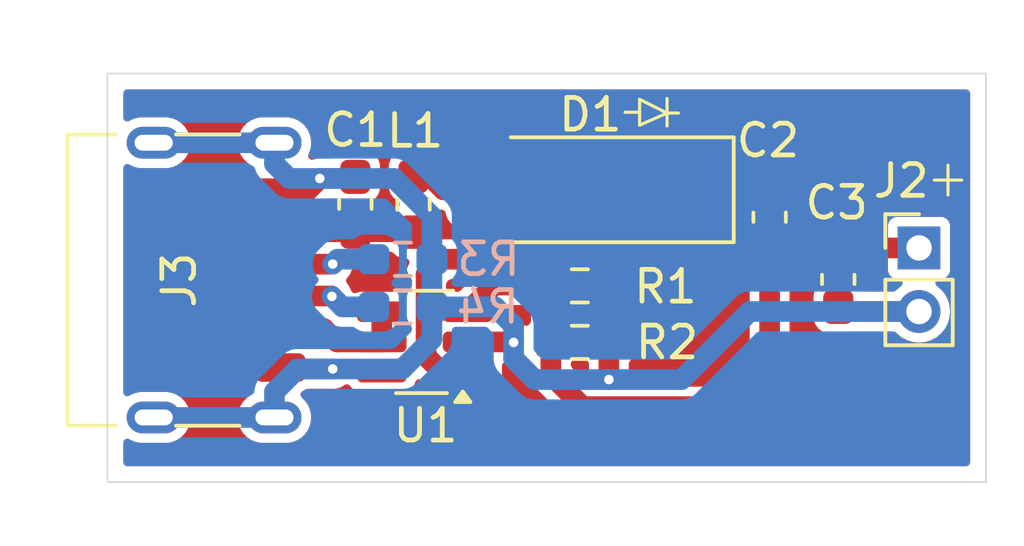
<source format=kicad_pcb>
(kicad_pcb (version 20240108) (generator "pcbnew") (generator_version "8.0")
  (layers (0 "F.Cu" signal) (31 "B.Cu" signal) (34 "B.Paste" user) (35 "F.Paste" user) (36 "B.SilkS" user "B.Silkscreen") (37 "F.SilkS" user "F.Silkscreen") (38 "B.Mask" user) (39 "F.Mask" user) (44 "Edge.Cuts" user))
  (net 0 "")
  (net 1 "Net-(U1-EN)")
  (net 2 "GND")
  (net 3 "Net-(D1-K)")
  (net 4 "Net-(U1-FB)")
  (net 5 "Net-(D1-A)")
  (net 6 "Net-(J3-CC1)")
  (net 7 "Net-(J3-CC2)")
  (footprint "Package_TO_SOT_SMD:SOT-23-6_Handsoldering" (layer "F.Cu") (at 120.6208 95.1078 180)
    (property "Reference" "U1" (at -0.0292 -2.6314 180) (layer "F.SilkS"))
    (property "Value" "MT3608" (hide yes))
    (fp_line (start 0.1 -1.61) (end 0.9 -1.61) (stroke (width 0.12)) (layer "F.SilkS"))
    (fp_line (start 0.1 -1.61) (end -0.7 -1.61) (stroke (width 0.12)) (layer "F.SilkS"))
    (fp_line (start -0.9 1.61) (end 0.9 1.61) (stroke (width 0.12)) (layer "F.SilkS"))
    (fp_poly (pts (xy -1.2 -1.56) (xy -1.44 -1.89) (xy -0.96 -1.89) (xy -1.2 -1.56)) (stroke (width 0.12)) (fill solid) (layer "F.SilkS"))
    (pad "1" smd roundrect (at -1.35 -0.95 180) (size 1.56 0.65) (layers "F.Cu" "F.Paste" "F.Mask") (net 5 "Net-(D1-A)"))
    (pad "2" smd roundrect (at -1.35 0 180) (size 1.56 0.65) (layers "F.Cu" "F.Paste" "F.Mask") (net 2 "GND"))
    (pad "3" smd roundrect (at -1.35 0.95 180) (size 1.56 0.65) (layers "F.Cu" "F.Paste" "F.Mask") (net 4 "Net-(U1-FB)"))
    (pad "4" smd roundrect (at 1.35 0.95 180) (size 1.56 0.65) (layers "F.Cu" "F.Paste" "F.Mask") (net 1 "Net-(U1-EN)"))
    (pad "5" smd roundrect (at 1.35 0 180) (size 1.56 0.65) (layers "F.Cu" "F.Paste" "F.Mask") (net 1 "Net-(U1-EN)"))
    (pad "6" smd roundrect (at 1.35 -0.95 180) (size 1.56 0.65) (layers "F.Cu" "F.Paste" "F.Mask"))
  )
  (footprint "Resistor_SMD:R_0603_1608Metric_Pad0.98x0.95mm_HandSolder" (layer "F.Cu") (at 125.5014 93.345)
    (property "Reference" "R1" (at 2.6924 0.0254 0) (layer "F.SilkS"))
    (property "Value" "390k" (hide yes))
    (fp_line (start -0.254724 -0.5225) (end 0.254724 -0.5225) (stroke (width 0.12)) (layer "F.SilkS"))
    (fp_line (start -0.254724 0.5225) (end 0.254724 0.5225) (stroke (width 0.12)) (layer "F.SilkS"))
    (pad "1" smd roundrect (at -0.9125 0) (size 0.975 0.95) (layers "F.Cu" "F.Paste" "F.Mask") (net 4 "Net-(U1-FB)"))
    (pad "2" smd roundrect (at 0.9125 0) (size 0.975 0.95) (layers "F.Cu" "F.Paste" "F.Mask") (net 3 "Net-(D1-K)"))
  )
  (footprint "Capacitor_SMD:C_0603_1608Metric_Pad1.08x0.95mm_HandSolder" (layer "F.Cu") (at 131.4704 91.1849 -90)
    (property "Reference" "C2" (at -2.413 0.0508 180) (layer "F.SilkS"))
    (property "Value" "22u" (hide yes))
    (fp_line (start -0.146267 0.51) (end 0.146267 0.51) (stroke (width 0.12)) (layer "F.SilkS"))
    (fp_line (start -0.146267 -0.51) (end 0.146267 -0.51) (stroke (width 0.12)) (layer "F.SilkS"))
    (pad "1" smd roundrect (at -0.8625 0 270) (size 1.075 0.95) (layers "F.Cu" "F.Paste" "F.Mask") (net 3 "Net-(D1-K)"))
    (pad "2" smd roundrect (at 0.8625 0 270) (size 1.075 0.95) (layers "F.Cu" "F.Paste" "F.Mask") (net 4 "Net-(U1-FB)"))
  )
  (footprint "Connector_USB:USB_C_Receptacle_HRO_TYPE-C-31-M-17" (layer "F.Cu") (at 112.898 93.1632 -90)
    (property "Reference" "J3" (at 0 0 90) (layer "F.SilkS"))
    (property "Value" "USB_C_Receptacle_PowerOnly_6P" (hide yes))
    (fp_line (start -4.58 3.51) (end 4.58 3.51) (stroke (width 0.12)) (layer "F.SilkS"))
    (fp_line (start -4.58 2) (end -4.58 3.51) (stroke (width 0.12)) (layer "F.SilkS"))
    (fp_line (start 4.58 2) (end 4.58 3.51) (stroke (width 0.12)) (layer "F.SilkS"))
    (fp_line (start -4.58 -1.9) (end -4.58 0.1) (stroke (width 0.12)) (layer "F.SilkS"))
    (fp_line (start 4.58 -1.9) (end 4.58 0.1) (stroke (width 0.12)) (layer "F.SilkS"))
    (pad "A5" smd roundrect (at -0.5 -3.18 270) (size 0.7 1.6) (layers "F.Cu" "F.Paste" "F.Mask") (net 6 "Net-(J3-CC1)"))
    (pad "A9" smd roundrect (at 1.52 -3.18 270) (size 0.8 1.6) (layers "F.Cu" "F.Paste" "F.Mask") (net 1 "Net-(U1-EN)"))
    (pad "A12" smd roundrect (at 2.75 -3.18 270) (size 0.9 1.6) (layers "F.Cu" "F.Paste" "F.Mask") (net 2 "GND"))
    (pad "B5" smd roundrect (at 0.5 -3.18 270) (size 0.7 1.6) (layers "F.Cu" "F.Paste" "F.Mask") (net 7 "Net-(J3-CC2)"))
    (pad "B9" smd roundrect (at -1.52 -3.18 270) (size 0.8 1.6) (layers "F.Cu" "F.Paste" "F.Mask") (net 1 "Net-(U1-EN)"))
    (pad "B12" smd roundrect (at -2.75 -3.18 270) (size 0.9 1.6) (layers "F.Cu" "F.Paste" "F.Mask") (net 2 "GND"))
    (pad "S1" thru_hole oval (at -4.32 -3 270) (size 1 1.7) (drill oval 0.5 1.2) (property pad_prop_heatsink) (layers "*.Cu" "*.Mask") (net 2 "GND"))
    (pad "S1" thru_hole oval (at -4.32 0.8 270) (size 1 1.7) (drill oval 0.5 1.2) (property pad_prop_heatsink) (layers "*.Cu" "*.Mask") (net 2 "GND"))
    (pad "S1" thru_hole oval (at 4.32 -3 270) (size 1 1.7) (drill oval 0.5 1.2) (property pad_prop_heatsink) (layers "*.Cu" "*.Mask") (net 2 "GND"))
    (pad "S1" thru_hole oval (at 4.32 0.8 270) (size 1 1.7) (drill oval 0.5 1.2) (property pad_prop_heatsink) (layers "*.Cu" "*.Mask") (net 2 "GND"))
  )
  (footprint "Connector_PinHeader_2.00mm:PinHeader_1x02_P2.00mm_Vertical" (layer "F.Cu") (at 136.1694 92.1512)
    (property "Reference" "J2" (at -0.5588 -2.1082 0) (layer "F.SilkS"))
    (property "Value" "Output" (hide yes))
    (fp_line (start -1.06 -1.06) (end 0 -1.06) (stroke (width 0.12)) (layer "F.SilkS"))
    (fp_line (start -1.06 0) (end -1.06 -1.06) (stroke (width 0.12)) (layer "F.SilkS"))
    (fp_line (start -1.06 1) (end -1.06 3.06) (stroke (width 0.12)) (layer "F.SilkS"))
    (fp_line (start -1.06 1) (end 1.06 1) (stroke (width 0.12)) (layer "F.SilkS"))
    (fp_line (start -1.06 3.06) (end 1.06 3.06) (stroke (width 0.12)) (layer "F.SilkS"))
    (fp_line (start 1.06 1) (end 1.06 3.06) (stroke (width 0.12)) (layer "F.SilkS"))
    (pad "1" thru_hole rect (at 0 0) (size 1.35 1.35) (drill 0.8) (layers "*.Cu" "*.Mask") (net 3 "Net-(D1-K)"))
    (pad "2" thru_hole oval (at 0 2) (size 1.35 1.35) (drill 0.8) (layers "*.Cu" "*.Mask") (net 2 "GND"))
  )
  (footprint "Capacitor_SMD:C_0603_1608Metric_Pad1.08x0.95mm_HandSolder" (layer "F.Cu") (at 133.6294 93.1418 -90)
    (property "Reference" "C3" (at -2.413 0.0508 180) (layer "F.SilkS"))
    (property "Value" "22u" (hide yes))
    (fp_line (start -0.146267 0.51) (end 0.146267 0.51) (stroke (width 0.12)) (layer "F.SilkS"))
    (fp_line (start -0.146267 -0.51) (end 0.146267 -0.51) (stroke (width 0.12)) (layer "F.SilkS"))
    (pad "1" smd roundrect (at -0.8625 0 270) (size 1.075 0.95) (layers "F.Cu" "F.Paste" "F.Mask") (net 3 "Net-(D1-K)"))
    (pad "2" smd roundrect (at 0.8625 0 270) (size 1.075 0.95) (layers "F.Cu" "F.Paste" "F.Mask") (net 2 "GND"))
  )
  (footprint "Capacitor_SMD:C_0603_1608Metric_Pad1.08x0.95mm_HandSolder" (layer "F.Cu") (at 118.4402 90.7785 90)
    (property "Reference" "C1" (at 2.3357 0 180) (layer "F.SilkS"))
    (property "Value" "22u" (hide yes))
    (fp_line (start -0.146267 -0.51) (end 0.146267 -0.51) (stroke (width 0.12)) (layer "F.SilkS"))
    (fp_line (start -0.146267 0.51) (end 0.146267 0.51) (stroke (width 0.12)) (layer "F.SilkS"))
    (pad "1" smd roundrect (at -0.8625 0 90) (size 1.075 0.95) (layers "F.Cu" "F.Paste" "F.Mask") (net 1 "Net-(U1-EN)"))
    (pad "2" smd roundrect (at 0.8625 0 90) (size 1.075 0.95) (layers "F.Cu" "F.Paste" "F.Mask") (net 2 "GND"))
  )
  (footprint "Diode_SMD:D_SMA_Handsoldering" (layer "F.Cu") (at 125.8316 90.3224 180)
    (property "Reference" "D1" (at 0 2.3622 0) (layer "F.SilkS"))
    (property "Value" "ss34" (hide yes))
    (fp_line (start -4.51 1.65) (end 2.5 1.65) (stroke (width 0.12)) (layer "F.SilkS"))
    (fp_line (start -4.51 -1.65) (end 2.5 -1.65) (stroke (width 0.12)) (layer "F.SilkS"))
    (fp_line (start -4.51 -1.65) (end -4.51 1.65) (stroke (width 0.12)) (layer "F.SilkS"))
    (pad "1" smd roundrect (at -2.5 0 180) (size 3.5 1.8) (layers "F.Cu" "F.Paste" "F.Mask") (roundrect_rratio 0.1388888889) (net 3 "Net-(D1-K)"))
    (pad "2" smd roundrect (at 2.5 0 180) (size 3.5 1.8) (layers "F.Cu" "F.Paste" "F.Mask") (roundrect_rratio 0.1388888889) (net 5 "Net-(D1-A)"))
  )
  (footprint "Inductor_SMD:L_0603_1608Metric_Pad1.05x0.95mm_HandSolder" (layer "F.Cu") (at 120.269 90.7796 90)
    (property "Reference" "L1" (at 2.3114 0.0508 180) (layer "F.SilkS"))
    (property "Value" "22u" (hide yes))
    (fp_line (start -0.171267 -0.51) (end 0.171267 -0.51) (stroke (width 0.12)) (layer "F.SilkS"))
    (fp_line (start -0.171267 0.51) (end 0.171267 0.51) (stroke (width 0.12)) (layer "F.SilkS"))
    (pad "1" smd roundrect (at -0.875 0 90) (size 1.05 0.95) (layers "F.Cu" "F.Paste" "F.Mask") (net 1 "Net-(U1-EN)"))
    (pad "2" smd roundrect (at 0.875 0 90) (size 1.05 0.95) (layers "F.Cu" "F.Paste" "F.Mask") (net 5 "Net-(D1-A)"))
  )
  (footprint "Resistor_SMD:R_0603_1608Metric_Pad0.98x0.95mm_HandSolder" (layer "F.Cu") (at 125.5014 95.123 180)
    (property "Reference" "R2" (at -2.7432 0 0) (layer "F.SilkS"))
    (property "Value" "10k" (hide yes))
    (fp_line (start -0.254724 0.5225) (end 0.254724 0.5225) (stroke (width 0.12)) (layer "F.SilkS"))
    (fp_line (start -0.254724 -0.5225) (end 0.254724 -0.5225) (stroke (width 0.12)) (layer "F.SilkS"))
    (pad "1" smd roundrect (at -0.9125 0 180) (size 0.975 0.95) (layers "F.Cu" "F.Paste" "F.Mask") (net 2 "GND"))
    (pad "2" smd roundrect (at 0.9125 0 180) (size 0.975 0.95) (layers "F.Cu" "F.Paste" "F.Mask") (net 4 "Net-(U1-FB)"))
  )
  (footprint "Resistor_SMD:R_0603_1608Metric_Pad0.98x0.95mm_HandSolder" (layer "B.Cu") (at 119.935 94.0054)
    (property "Reference" "R4" (at 2.6708 0 0) (layer "B.SilkS") (effects (justify mirror)))
    (property "Value" "5.1k" (hide yes))
    (fp_line (start 0.254724 -0.5225) (end -0.254724 -0.5225) (stroke (width 0.12)) (layer "B.SilkS"))
    (fp_line (start 0.254724 0.5225) (end -0.254724 0.5225) (stroke (width 0.12)) (layer "B.SilkS"))
    (pad "1" smd roundrect (at -0.9125 0) (size 0.975 0.95) (layers "B.Cu" "B.Paste" "B.Mask") (net 7 "Net-(J3-CC2)"))
    (pad "2" smd roundrect (at 0.9125 0) (size 0.975 0.95) (layers "B.Cu" "B.Paste" "B.Mask") (net 2 "GND"))
  )
  (footprint "Resistor_SMD:R_0603_1608Metric_Pad0.98x0.95mm_HandSolder" (layer "B.Cu") (at 119.9369 92.5068)
    (property "Reference" "R3" (at 2.6943 0 0) (layer "B.SilkS") (effects (justify mirror)))
    (property "Value" "5.1k" (hide yes))
    (fp_line (start 0.254724 -0.5225) (end -0.254724 -0.5225) (stroke (width 0.12)) (layer "B.SilkS"))
    (fp_line (start 0.254724 0.5225) (end -0.254724 0.5225) (stroke (width 0.12)) (layer "B.SilkS"))
    (pad "1" smd roundrect (at -0.9125 0) (size 0.975 0.95) (layers "B.Cu" "B.Paste" "B.Mask") (net 6 "Net-(J3-CC1)"))
    (pad "2" smd roundrect (at 0.9125 0) (size 0.975 0.95) (layers "B.Cu" "B.Paste" "B.Mask") (net 2 "GND"))
  )
  (gr_line (start 127.381 88.2904) (end 128.2446 87.9094) (stroke (width 0.1)) (layer "F.SilkS"))
  (gr_line (start 127.381 87.4776) (end 127.381 88.2904) (stroke (width 0.1)) (layer "F.SilkS"))
  (gr_line (start 137.080625 89.5477) (end 137.080625 90.4875) (stroke (width 0.1)) (layer "F.SilkS"))
  (gr_line (start 136.652 90.0176) (end 137.50925 90.0176) (stroke (width 0.1)) (layer "F.SilkS"))
  (gr_line (start 128.2446 87.4522) (end 128.2446 87.9094) (stroke (width 0.1)) (layer "F.SilkS"))
  (gr_line (start 128.2446 88.3158) (end 128.2446 87.9094) (stroke (width 0.1)) (layer "F.SilkS"))
  (gr_line (start 128.2446 87.9094) (end 127.381 87.4776) (stroke (width 0.1)) (layer "F.SilkS"))
  (gr_line (start 127.381 87.884) (end 126.9238 87.884) (stroke (width 0.1)) (layer "F.SilkS"))
  (gr_line (start 128.2446 87.9094) (end 128.6002 87.9094) (stroke (width 0.1)) (layer "F.SilkS"))
  (gr_rect (start 110.6424 86.6648) (end 138.2776 99.5172) (stroke (width 0.05)) (fill none) (layer "Edge.Cuts"))
  (segment (start 114.753 92.0284) (end 115.1382 91.6432) (width 0.65) (layer "F.Cu") (net 1))
  (segment (start 116.078 94.6832) (end 115.278 94.6832) (width 0.65) (layer "F.Cu") (net 1))
  (segment (start 117.4416 94.6832) (end 116.078 94.6832) (width 0.65) (layer "F.Cu") (net 1))
  (segment (start 114.753 94.1582) (end 114.753 92.0284) (width 0.65) (layer "F.Cu") (net 1))
  (segment (start 118.4402 91.641) (end 120.2554 91.641) (width 0.65) (layer "F.Cu") (net 1))
  (segment (start 118.438 91.6432) (end 118.4402 91.641) (width 0.65) (layer "F.Cu") (net 1))
  (segment (start 119.2708 95.1078) (end 117.8662 95.1078) (width 0.65) (layer "F.Cu") (net 1))
  (segment (start 119.2708 94.1578) (end 119.2708 95.1078) (width 0.65) (layer "F.Cu") (net 1))
  (segment (start 117.8662 95.1078) (end 117.4416 94.6832) (width 0.65) (layer "F.Cu") (net 1))
  (segment (start 115.278 94.6832) (end 114.753 94.1582) (width 0.65) (layer "F.Cu") (net 1))
  (segment (start 115.1382 91.6432) (end 116.078 91.6432) (width 0.65) (layer "F.Cu") (net 1))
  (segment (start 116.078 91.6432) (end 118.438 91.6432) (width 0.65) (layer "F.Cu") (net 1))
  (segment (start 120.2554 91.641) (end 120.269 91.6546) (width 0.65) (layer "F.Cu") (net 1))
  (segment (start 113.902999 91.676319) (end 115.166118 90.4132) (width 0.65) (layer "F.Cu") (net 2))
  (segment (start 116.078 95.9132) (end 115.278 95.9132) (width 0.65) (layer "F.Cu") (net 2))
  (segment (start 116.8762 90.4132) (end 117.3226 89.9668) (width 0.65) (layer "F.Cu") (net 2))
  (segment (start 136.1694 94.1512) (end 133.7763 94.1512) (width 0.65) (layer "F.Cu") (net 2))
  (segment (start 115.166118 90.4132) (end 116.078 90.4132) (width 0.65) (layer "F.Cu") (net 2))
  (segment (start 121.9708 95.1078) (end 123.4034 95.1078) (width 0.65) (layer "F.Cu") (net 2))
  (segment (start 113.902999 94.538199) (end 113.902999 91.676319) (width 0.65) (layer "F.Cu") (net 2))
  (segment (start 115.278 95.9132) (end 113.902999 94.538199) (width 0.65) (layer "F.Cu") (net 2))
  (segment (start 117.3226 89.9668) (end 118.3894 89.9668) (width 0.65) (layer "F.Cu") (net 2))
  (segment (start 123.4034 95.1078) (end 123.4186 95.123) (width 0.65) (layer "F.Cu") (net 2))
  (segment (start 118.3894 89.9668) (end 118.4402 89.916) (width 0.65) (layer "F.Cu") (net 2))
  (segment (start 116.122601 95.957801) (end 117.729 95.957801) (width 0.65) (layer "F.Cu") (net 2))
  (segment (start 116.078 90.4132) (end 116.8762 90.4132) (width 0.65) (layer "F.Cu") (net 2))
  (segment (start 133.7763 94.1512) (end 133.6294 94.0043) (width 0.65) (layer "F.Cu") (net 2))
  (segment (start 116.078 95.9132) (end 116.122601 95.957801) (width 0.65) (layer "F.Cu") (net 2))
  (segment (start 126.4139 96.2895) (end 126.4158 96.2914) (width 0.65) (layer "F.Cu") (net 2))
  (segment (start 126.4139 95.123) (end 126.4139 96.2895) (width 0.65) (layer "F.Cu") (net 2))
  (via (at 126.4158 96.2914) (size 0.6) (drill 0.3) (layers "F.Cu" "B.Cu") (net 2))
  (via (at 123.4186 95.123) (size 0.6) (drill 0.3) (layers "F.Cu" "B.Cu") (net 2))
  (via (at 117.729 95.957801) (size 0.6) (drill 0.3) (layers "F.Cu" "B.Cu") (net 2))
  (via (at 117.3226 89.9668) (size 0.6) (drill 0.3) (layers "F.Cu" "B.Cu") (net 2))
  (segment (start 124.079 96.2914) (end 123.4186 95.631) (width 0.65) (layer "B.Cu") (net 2))
  (segment (start 115.898 88.8432) (end 115.898 89.5074) (width 0.65) (layer "B.Cu") (net 2))
  (segment (start 128.7018 96.2914) (end 126.4158 96.2914) (width 0.65) (layer "B.Cu") (net 2))
  (segment (start 136.1694 94.1512) (end 130.842 94.1512) (width 0.65) (layer "B.Cu") (net 2))
  (segment (start 117.729 95.957801) (end 119.916799 95.957801) (width 0.65) (layer "B.Cu") (net 2))
  (segment (start 112.098 88.8432) (end 115.898 88.8432) (width 0.65) (layer "B.Cu") (net 2))
  (segment (start 117.729 95.957801) (end 117.732399 95.9612) (width 0.65) (layer "B.Cu") (net 2))
  (segment (start 120.8494 92.5068) (end 120.8494 94.0035) (width 0.65) (layer "B.Cu") (net 2))
  (segment (start 112.098 97.4832) (end 115.898 97.4832) (width 0.65) (layer "B.Cu") (net 2))
  (segment (start 120.8494 91.1568) (end 120.8494 92.5068) (width 0.65) (layer "B.Cu") (net 2))
  (segment (start 130.842 94.1512) (end 128.7018 96.2914) (width 0.65) (layer "B.Cu") (net 2))
  (segment (start 115.898 97.4832) (end 115.898 96.6746) (width 0.65) (layer "B.Cu") (net 2))
  (segment (start 123.4186 94.5896) (end 123.4186 95.123) (width 0.65) (layer "B.Cu") (net 2))
  (segment (start 122.8344 94.0054) (end 123.4186 94.5896) (width 0.65) (layer "B.Cu") (net 2))
  (segment (start 115.898 96.6746) (end 116.614799 95.957801) (width 0.65) (layer "B.Cu") (net 2))
  (segment (start 126.4158 96.2914) (end 124.079 96.2914) (width 0.65) (layer "B.Cu") (net 2))
  (segment (start 120.8475 94.0054) (end 122.8344 94.0054) (width 0.65) (layer "B.Cu") (net 2))
  (segment (start 116.3574 89.9668) (end 117.3226 89.9668) (width 0.65) (layer "B.Cu") (net 2))
  (segment (start 116.614799 95.957801) (end 117.729 95.957801) (width 0.65) (layer "B.Cu") (net 2))
  (segment (start 120.8475 95.0271) (end 120.8475 94.0054) (width 0.65) (layer "B.Cu") (net 2))
  (segment (start 115.898 89.5074) (end 116.3574 89.9668) (width 0.65) (layer "B.Cu") (net 2))
  (segment (start 119.916799 95.957801) (end 120.8475 95.0271) (width 0.65) (layer "B.Cu") (net 2))
  (segment (start 119.6594 89.9668) (end 120.8494 91.1568) (width 0.65) (layer "B.Cu") (net 2))
  (segment (start 117.3226 89.9668) (end 119.6594 89.9668) (width 0.65) (layer "B.Cu") (net 2))
  (segment (start 123.4186 95.631) (end 123.4186 95.123) (width 0.65) (layer "B.Cu") (net 2))
  (segment (start 120.8494 94.0035) (end 120.8475 94.0054) (width 0.65) (layer "B.Cu") (net 2))
  (segment (start 126.4158 93.3196) (end 127.5334 93.3196) (width 0.65) (layer "F.Cu") (net 3))
  (segment (start 131.4704 90.3224) (end 132.7912 90.3224) (width 0.65) (layer "F.Cu") (net 3))
  (segment (start 128.3316 92.5214) (end 128.3316 90.3224) (width 0.65) (layer "F.Cu") (net 3))
  (segment (start 133.6294 91.1606) (end 133.6294 92.2793) (width 0.65) (layer "F.Cu") (net 3))
  (segment (start 133.7575 92.1512) (end 133.6294 92.2793) (width 0.65) (layer "F.Cu") (net 3))
  (segment (start 131.4704 90.3224) (end 128.3316 90.3224) (width 0.65) (layer "F.Cu") (net 3))
  (segment (start 127.5334 93.3196) (end 128.3316 92.5214) (width 0.65) (layer "F.Cu") (net 3))
  (segment (start 136.1694 92.1512) (end 133.7575 92.1512) (width 0.65) (layer "F.Cu") (net 3))
  (segment (start 132.7912 90.3224) (end 133.6294 91.1606) (width 0.65) (layer "F.Cu") (net 3))
  (segment (start 131.4704 92.0474) (end 131.4704 96.1136) (width 0.65) (layer "F.Cu") (net 4))
  (segment (start 121.9708 94.1578) (end 122.809 93.3196) (width 0.65) (layer "F.Cu") (net 4))
  (segment (start 124.5908 93.3196) (end 124.5908 95.1211) (width 0.65) (layer "F.Cu") (net 4))
  (segment (start 130.442599 97.141401) (end 125.589401 97.141401) (width 0.65) (layer "F.Cu") (net 4))
  (segment (start 125.589401 97.141401) (end 124.5889 96.1409) (width 0.65) (layer "F.Cu") (net 4))
  (segment (start 124.5908 95.1211) (end 124.5889 95.123) (width 0.65) (layer "F.Cu") (net 4))
  (segment (start 124.5889 96.1409) (end 124.5889 95.123) (width 0.65) (layer "F.Cu") (net 4))
  (segment (start 122.809 93.3196) (end 124.5908 93.3196) (width 0.65) (layer "F.Cu") (net 4))
  (segment (start 131.4704 96.1136) (end 130.442599 97.141401) (width 0.65) (layer "F.Cu") (net 4))
  (segment (start 123.3316 91.5524) (end 123.3316 90.3224) (width 0.65) (layer "F.Cu") (net 5))
  (segment (start 121.1472 92.5068) (end 122.3772 92.5068) (width 0.65) (layer "F.Cu") (net 5))
  (segment (start 121.2088 90.3224) (end 123.3316 90.3224) (width 0.65) (layer "F.Cu") (net 5))
  (segment (start 120.6658 92.9882) (end 121.1472 92.5068) (width 0.65) (layer "F.Cu") (net 5))
  (segment (start 121.9708 96.0578) (end 121.164026 96.0578) (width 0.65) (layer "F.Cu") (net 5))
  (segment (start 120.269 89.9046) (end 120.791 89.9046) (width 0.65) (layer "F.Cu") (net 5))
  (segment (start 120.6658 95.559574) (end 120.6658 92.9882) (width 0.65) (layer "F.Cu") (net 5))
  (segment (start 121.164026 96.0578) (end 120.6658 95.559574) (width 0.65) (layer "F.Cu") (net 5))
  (segment (start 120.791 89.9046) (end 121.2088 90.3224) (width 0.65) (layer "F.Cu") (net 5))
  (segment (start 122.3772 92.5068) (end 123.3316 91.5524) (width 0.65) (layer "F.Cu") (net 5))
  (segment (start 116.078 92.6632) (end 117.725 92.6632) (width 0.65) (layer "F.Cu") (net 6))
  (segment (start 117.725 92.6632) (end 117.729 92.6592) (width 0.65) (layer "F.Cu") (net 6))
  (via (at 117.729 92.6592) (size 0.6) (drill 0.3) (layers "F.Cu" "B.Cu") (net 6))
  (segment (start 117.8814 92.5068) (end 117.729 92.6592) (width 0.65) (layer "B.Cu") (net 6))
  (segment (start 119.0244 92.5068) (end 117.8814 92.5068) (width 0.65) (layer "B.Cu") (net 6))
  (segment (start 117.6916 93.6632) (end 117.7036 93.6752) (width 0.65) (layer "F.Cu") (net 7))
  (segment (start 116.078 93.6632) (end 117.6916 93.6632) (width 0.65) (layer "F.Cu") (net 7))
  (via (at 117.7036 93.6752) (size 0.6) (drill 0.3) (layers "F.Cu" "B.Cu") (net 7))
  (segment (start 119.0225 94.0054) (end 118.0338 94.0054) (width 0.65) (layer "B.Cu") (net 7))
  (segment (start 118.0338 94.0054) (end 117.7036 93.6752) (width 0.65) (layer "B.Cu") (net 7))
  (zone (net 0) (net_name "") (layer "F.Cu") (connect_pads yes (clearance 0.3)) (min_thickness 0.25) (fill yes (thermal_gap 0.5) (thermal_bridge_width 0.5) (island_removal_mode 1) (island_area_min 10))
    (polygon (pts (xy 107.592987 84.739841) (xy 139.446 84.3534) (xy 139.4714 100.6094) (xy 107.2642 101.5238)))
  )
  (zone (net 0) (net_name "") (layer "B.Cu") (connect_pads yes (clearance 0.3)) (min_thickness 0.25) (fill yes (thermal_gap 0.5) (thermal_bridge_width 0.5) (island_removal_mode 1) (island_area_min 10))
    (polygon (pts (xy 108.077 85.4202) (xy 138.753128 85.168725) (xy 138.811 100.1522) (xy 108.3818 100.4316)))
  )
)
</source>
